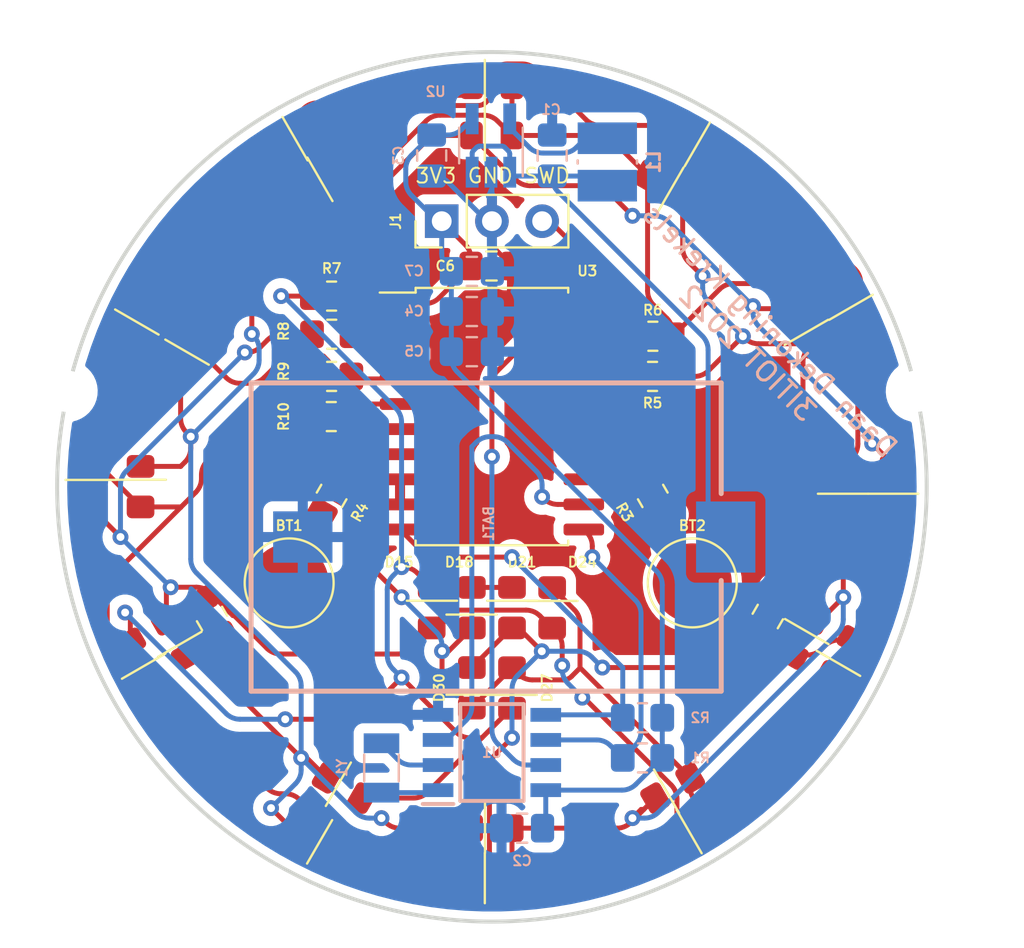
<source format=kicad_pcb>
(kicad_pcb (version 20211014) (generator pcbnew)
  (title_block (title "PCB-Horloge") (date "2022-11-08") (rev "1.0") (company "Daan Dekoning Krekels") (comment 1 "AP Hogeschool"))
  (layers (0 "F.Cu" signal) (31 "B.Cu" signal) (34 "B.Paste" user) (35 "F.Paste" user) (36 "B.SilkS" user "B.Silkscreen") (37 "F.SilkS" user "F.Silkscreen") (38 "B.Mask" user) (39 "F.Mask" user) (44 "Edge.Cuts" user))
  (net 0 "")
  (net 1 "Net-(BAT1-Pad1)")
  (net 2 "GND")
  (net 3 "+3.3V")
  (net 4 "Net-(C8-Pad1)")
  (net 5 "Net-(C8-Pad2)")
  (net 6 "Net-(D15-Pad1)")
  (net 7 "Net-(C9-Pad1)")
  (net 8 "Net-(C9-Pad2)")
  (net 9 "Net-(D12-Pad1)")
  (net 10 "Net-(L1-Pad1)")
  (net 11 "RTC_SCL")
  (net 12 "RTC_SDA")
  (net 13 "Net-(R4-Pad1)")
  (net 14 "Net-(BT1-Pad1)")
  (net 15 "X1")
  (net 16 "X2")
  (net 17 "X3")
  (net 18 "X4")
  (net 19 "X5")
  (net 20 "X6")
  (net 21 "RTC_CLK")
  (net 22 "Net-(U1-Pad1)")
  (net 25 "Net-(U1-Pad2)")
  (net 26 "RTC_INT")
  (net 27 "Net-(J1-Pad3)")
  (net 29 "Net-(R3-Pad2)")
  (net 30 "Net-(BT2-Pad1)")
  (footprint "Connector_PinHeader_2.54mm:PinHeader_1x03_P2.54mm_Vertical" (layer "F.Cu") (at 134.62 77.996867 90)
    (fp_text reference "J1")
    (fp_text value "Conn_01x03_Male")
  )
  (footprint "Library:LED_0805_2012Metric_Pad1.15x1.40mm_HandSolder-no-silkscreen" (layer "F.Cu") (at 128.144324 109.2155 150)
    (fp_text reference "D11" hide)
    (fp_text value "7Min")
  )
  (footprint "Library:LED_0805_2012Metric_Pad1.15x1.40mm_HandSolder-no-silkscreen" (layer "F.Cu") (at 145.924324 76.1955 150)
    (fp_text reference "D1" hide)
    (fp_text value "1Uur")
  )
  (footprint "TestPoint:TestPoint_Pad_D4.0mm" (layer "F.Cu") (at 147.3 96.3)
    (fp_text reference "BT2")
    (fp_text value "Sensor1")
  )
  (footprint "Library:LED_0805_2012Metric_Pad1.15x1.40mm_HandSolder-no-silkscreen" (layer "F.Cu") (at 116.84 91.44 -90)
    (fp_text reference "D23" hide)
    (fp_text value "9Min")
  )
  (footprint "TestPoint:TestPoint_Pad_D4.0mm" (layer "F.Cu") (at 126.9 96.3)
    (fp_text reference "BT1")
    (fp_text value "Sensor0")
  )
  (footprint "Library:LED_0805_2012Metric_Pad1.15x1.40mm_HandSolder-no-silkscreen" (layer "F.Cu") (at 134.112 97.554 -90)
    (fp_text reference "D15")
    (fp_text value "1min")
  )
  (footprint "Library:LED_0805_2012Metric_Pad1.15x1.40mm_HandSolder-no-silkscreen" (layer "F.Cu") (at 121.92 84.328 60)
    (fp_text reference "D26" hide)
    (fp_text value "10Uur")
  )
  (footprint "Library:LED_0805_2012Metric_Pad1.15x1.40mm_HandSolder-no-silkscreen" (layer "F.Cu") (at 119.38 82.804 60)
    (fp_text reference "D29" hide)
    (fp_text value "10Min")
  )
  (footprint "Capacitor_SMD:C_0805_2012Metric_Pad1.18x1.45mm_HandSolder" (layer "F.Cu") (at 151.11875 98.001499 60)
    (fp_text reference "C8" hide)
    (fp_text value "1n")
  )
  (footprint "Resistor_SMD:R_0805_2012Metric_Pad1.20x1.40mm_HandSolder" (layer "F.Cu") (at 129.048 85.852 180)
    (fp_text reference "R9")
    (fp_text value "100")
  )
  (footprint "Library:LED_0805_2012Metric_Pad1.15x1.40mm_HandSolder-no-silkscreen" (layer "F.Cu") (at 119.3755 100.204324 120)
    (fp_text reference "D17" hide)
    (fp_text value "8Min")
  )
  (footprint "Resistor_SMD:R_0805_2012Metric_Pad1.20x1.40mm_HandSolder" (layer "F.Cu") (at 145.304 83.82)
    (fp_text reference "R6")
    (fp_text value "100")
  )
  (footprint "MountingHole:MountingHole_2.1mm" (layer "F.Cu") (at 115.65 86.6)
    (fp_text reference "REF**" hide)
    (fp_text value "MountingHole_2.1mm" hide)
  )
  (footprint "Library:LED_0805_2012Metric_Pad1.15x1.40mm_HandSolder-no-silkscreen" (layer "F.Cu") (at 155.164999 82.041852 120)
    (fp_text reference "D10" hide)
    (fp_text value "2Min")
  )
  (footprint "Library:LED_0805_2012Metric_Pad1.15x1.40mm_HandSolder-no-silkscreen" (layer "F.Cu") (at 129.686324 106.6755 -30)
    (fp_text reference "D8" hide)
    (fp_text value "7Uur")
  )
  (footprint "Library:LED_0805_2012Metric_Pad1.15x1.40mm_HandSolder-no-silkscreen" (layer "F.Cu") (at 152.908 83.312 120)
    (fp_text reference "D7" hide)
    (fp_text value "2Uur")
  )
  (footprint "Library:LED_0805_2012Metric_Pad1.15x1.40mm_HandSolder-no-silkscreen" (layer "F.Cu") (at 128.767333 75.715641 30)
    (fp_text reference "D3" hide)
    (fp_text value "11Uur")
  )
  (footprint "Library:LED_0805_2012Metric_Pad1.15x1.40mm_HandSolder-no-silkscreen" (layer "F.Cu") (at 154.94 91.44 90)
    (fp_text reference "D13" hide)
    (fp_text value "3Uur")
  )
  (footprint "Resistor_SMD:R_0805_2012Metric_Pad1.20x1.40mm_HandSolder" (layer "F.Cu") (at 145.288 85.852)
    (fp_text reference "R5")
    (fp_text value "100")
  )
  (footprint "Library:LED_0805_2012Metric_Pad1.15x1.40mm_HandSolder-no-silkscreen" (layer "F.Cu") (at 147.254892 73.925382 150)
    (fp_text reference "D4" hide)
    (fp_text value "1Min")
  )
  (footprint "Package_SO:SOIC-20W_7.5x12.8mm_P1.27mm" (layer "F.Cu") (at 137.16 87.884)
    (fp_text reference "U3")
    (fp_text value "ATtiny1616-S")
  )
  (footprint "Library:LED_0805_2012Metric_Pad1.15x1.40mm_HandSolder-no-silkscreen" (layer "F.Cu") (at 136.144 101.609 90)
    (fp_text reference "D30")
    (fp_text value "W")
  )
  (footprint "Resistor_SMD:R_0805_2012Metric_Pad1.20x1.40mm_HandSolder" (layer "F.Cu") (at 145.3 91.9 120)
    (fp_text reference "R3")
    (fp_text value "10k")
  )
  (footprint "Library:LED_0805_2012Metric_Pad1.15x1.40mm_HandSolder-no-silkscreen" (layer "F.Cu") (at 138.176 101.618 90)
    (fp_text reference "D27")
    (fp_text value "W")
  )
  (footprint "Library:LED_0805_2012Metric_Pad1.15x1.40mm_HandSolder-no-silkscreen" (layer "F.Cu") (at 140.208 97.563 -90)
    (fp_text reference "D24")
    (fp_text value "4min")
  )
  (footprint "Capacitor_SMD:C_0805_2012Metric_Pad1.18x1.45mm_HandSolder" (layer "F.Cu") (at 137.1385 80.264)
    (fp_text reference "C6")
    (fp_text value "100n")
  )
  (footprint "Library:LED_0805_2012Metric_Pad1.15x1.40mm_HandSolder-no-silkscreen" (layer "F.Cu") (at 119.38 91.431 -90)
    (fp_text reference "D20" hide)
    (fp_text value "9Uur")
  )
  (footprint "Library:LED_0805_2012Metric_Pad1.15x1.40mm_HandSolder-no-silkscreen" (layer "F.Cu") (at 127.508 73.66 30)
    (fp_text reference "D6" hide)
    (fp_text value "11Min")
  )
  (footprint "Library:LED_0805_2012Metric_Pad1.15x1.40mm_HandSolder-no-silkscreen" (layer "F.Cu") (at 136.144 97.554 90)
    (fp_text reference "D18")
    (fp_text value "2min")
  )
  (footprint "Resistor_SMD:R_0805_2012Metric_Pad1.20x1.40mm_HandSolder" (layer "F.Cu") (at 129.055527 83.718305 180)
    (fp_text reference "R8")
    (fp_text value "100")
  )
  (footprint "Library:LED_0805_2012Metric_Pad1.15x1.40mm_HandSolder-no-silkscreen" (layer "F.Cu") (at 137.151 71.12)
    (fp_text reference "D12" hide)
    (fp_text value "12Min")
  )
  (footprint "Resistor_SMD:R_0805_2012Metric_Pad1.20x1.40mm_HandSolder" (layer "F.Cu") (at 129.048 81.788 180)
    (fp_text reference "R7")
    (fp_text value "100")
  )
  (footprint "Library:LED_0805_2012Metric_Pad1.15x1.40mm_HandSolder-no-silkscreen" (layer "F.Cu") (at 137.151 111.252)
    (fp_text reference "D5" hide)
    (fp_text value "6Min")
  )
  (footprint "Resistor_SMD:R_0805_2012Metric_Pad1.20x1.40mm_HandSolder" (layer "F.Cu") (at 129.032 87.884 180)
    (fp_text reference "R10")
    (fp_text value "100")
  )
  (footprint "Library:LED_0805_2012Metric_Pad1.15x1.40mm_HandSolder-no-silkscreen" (layer "F.Cu") (at 138.176 97.554 -90)
    (fp_text reference "D21")
    (fp_text value "3min")
  )
  (footprint "Library:LED_0805_2012Metric_Pad1.15x1.40mm_HandSolder-no-silkscreen" (layer "F.Cu") (at 152.908 99.06 -120)
    (fp_text reference "D19" hide)
    (fp_text value "4Uur")
  )
  (footprint "Library:LED_0805_2012Metric_Pad1.15x1.40mm_HandSolder-no-silkscreen" (layer "F.Cu") (at 137.16 108.712)
    (fp_text reference "D2" hide)
    (fp_text value "6Uur")
  )
  (footprint "Library:LED_0805_2012Metric_Pad1.15x1.40mm_HandSolder-no-silkscreen" (layer "F.Cu") (at 154.882039 100.076 60)
    (fp_text reference "D22" hide)
    (fp_text value "4Min")
  )
  (footprint "Library:LED_0805_2012Metric_Pad1.15x1.40mm_HandSolder-no-silkscreen" (layer "F.Cu") (at 137.151 73.66)
    (fp_text reference "D9" hide)
    (fp_text value "12Uur")
  )
  (footprint "Capacitor_SMD:C_0805_2012Metric_Pad1.18x1.45mm_HandSolder" (layer "F.Cu") (at 123 98.1 -60)
    (fp_text reference "C9" hide)
    (fp_text value "1n")
  )
  (footprint "Library:LED_0805_2012Metric_Pad1.15x1.40mm_HandSolder-no-silkscreen" (layer "F.Cu") (at 121.2 99.1 120)
    (fp_text reference "D14" hide)
    (fp_text value "8Uur")
  )
  (footprint "Library:LED_0805_2012Metric_Pad1.15x1.40mm_HandSolder-no-silkscreen" (layer "F.Cu") (at 157.48 91.44 90)
    (fp_text reference "D16" hide)
    (fp_text value "3Min")
  )
  (footprint "Library:LED_0805_2012Metric_Pad1.15x1.40mm_HandSolder-no-silkscreen" (layer "F.Cu") (at 146.304 106.68 30)
    (fp_text reference "D25" hide)
    (fp_text value "5Uur")
  )
  (footprint "MountingHole:MountingHole_2.1mm" (layer "F.Cu") (at 158.65 86.6)
    (fp_text reference "REF**" hide)
    (fp_text value "MountingHole_2.1mm" hide)
  )
  (footprint "Library:LED_0805_2012Metric_Pad1.15x1.40mm_HandSolder-no-silkscreen" (layer "F.Cu") (at 147.448324 108.7165 30)
    (fp_text reference "D28" hide)
    (fp_text value "5Min")
  )
  (footprint "Resistor_SMD:R_0805_2012Metric_Pad1.20x1.40mm_HandSolder" (layer "F.Cu") (at 129.048 91.9 -120)
    (fp_text reference "R4")
    (fp_text value "10k")
  )
  (footprint "Capacitor_SMD:C_0805_2012Metric_Pad1.18x1.45mm_HandSolder" (layer "B.Cu") (at 134.112 74.676 -90)
    (fp_text reference "C3")
    (fp_text value "10u")
  )
  (footprint "Capacitor_SMD:C_0805_2012Metric_Pad1.18x1.45mm_HandSolder" (layer "B.Cu") (at 138.684 108.712 180)
    (fp_text reference "C2")
    (fp_text value "100n")
  )
  (footprint "Library:IND_VLS3015CX-3R3M-H" (layer "B.Cu") (at 143 75 -90)
    (fp_text reference "L1")
    (fp_text value "3.3u")
  )
  (footprint "Package_TO_SOT_SMD:SOT-23-5_HandSoldering" (layer "B.Cu") (at 137.11109 74.168 90)
    (fp_text reference "U2")
    (fp_text value "TPS61097-33DBVR")
  )
  (footprint "PCF85063AT:SOIC127P600X175-8N" (layer "B.Cu") (at 137.16 104.882)
    (fp_text reference "U1")
    (fp_text value "PCF85063ATL" hide)
  )
  (footprint "LIB_S8421-45R:S8421-45R_1" (layer "B.Cu") (at 127.59 93.98 -90)
    (fp_text reference "BAT1")
    (fp_text value "3V" hide)
  )
  (footprint "Resistor_SMD:R_0805_2012Metric_Pad1.20x1.40mm_HandSolder" (layer "B.Cu") (at 144.78 103.124 180)
    (fp_text reference "R2")
    (fp_text value "2.2k")
  )
  (footprint "Resistor_SMD:R_0805_2012Metric_Pad1.20x1.40mm_HandSolder" (layer "B.Cu") (at 144.78 105.156 180)
    (fp_text reference "R1")
    (fp_text value "2.2k")
  )
  (footprint "Capacitor_SMD:C_0805_2012Metric_Pad1.18x1.45mm_HandSolder" (layer "B.Cu") (at 136.144 84.600867)
    (fp_text reference "C5")
    (fp_text value "100n")
  )
  (footprint "Capacitor_SMD:C_0805_2012Metric_Pad1.18x1.45mm_HandSolder" (layer "B.Cu") (at 136.144 82.568867)
    (fp_text reference "C4")
    (fp_text value "1u")
  )
  (footprint "Capacitor_SMD:C_0805_2012Metric_Pad1.18x1.45mm_HandSolder" (layer "B.Cu") (at 140.208 74.676 90)
    (fp_text reference "C1")
    (fp_text value "10u")
  )
  (footprint "Crystal:Crystal_SMD_3215-2Pin_3.2x1.5mm" (layer "B.Cu") (at 131.572 105.664 -90)
    (fp_text reference "Y1")
    (fp_text value "32k")
  )
  (footprint "Capacitor_SMD:C_0805_2012Metric_Pad1.18x1.45mm_HandSolder" (layer "B.Cu") (at 136.144 80.536867)
    (fp_text reference "C7")
    (fp_text value "1n")
  )
  (gr_circle (center 137.16 91.44) (end 159.16 91.44) (layer "Edge.Cuts") (width 0.2) (fill none))
  (gr_text "Daan Dekoning Krekels\n3ITIOT 2022" (at 150.65 84.1 315) (layer "B.SilkS") (effects (font (size 1 1)) (justify mirror)))
  (gr_text "3V3 GND SWD" (at 137.2 75.7) (layer "F.SilkS") (effects (font (size 0.75 0.75) (thickness 0.1))))
  (segment (start 143 76.2) (end 142.5135 75.7135) (width 0.25) (layer "B.Cu") (net 1))
  (segment (start 140.500893 76.500893) (end 147.807107 83.807107) (width 0.25) (layer "B.Cu") (net 1))
  (segment (start 148.1 84.514214) (end 148.1 92.675786) (width 0.25) (layer "B.Cu") (net 1))
  (segment (start 137.808579 74.258579) (end 138.002512 74.452512) (width 0.25) (layer "B.Cu") (net 1))
  (segment (start 140.208 75.7135) (end 138.25659 75.7135) (width 0.25) (layer "B.Cu") (net 1))
  (segment (start 136.219669 74.429421) (end 136.390512 74.258578) (width 0.25) (layer "B.Cu") (net 1))
  (segment (start 140.208 75.7135) (end 140.208 75.793786) (width 0.25) (layer "B.Cu") (net 1))
  (segment (start 142.5135 75.7135) (end 140.208 75.7135) (width 0.25) (layer "B.Cu") (net 1))
  (segment (start 136.531933 74.2) (end 137.667157 74.2) (width 0.25) (layer "B.Cu") (net 1))
  (segment (start 138.06109 74.593933) (end 138.06109 75.518) (width 0.25) (layer "B.Cu") (net 1))
  (segment (start 136.16109 75.518) (end 136.16109 74.570843) (width 0.25) (layer "B.Cu") (net 1))
  (segment (start 148.392893 93.382893) (end 148.99 93.98) (width 0.25) (layer "B.Cu") (net 1))
  (segment (start 138.25659 75.7135) (end 138.06109 75.518) (width 0.25) (layer "B.Cu") (net 1))
  (arc (start 148.1 92.675786) (mid 148.17612 93.058469) (end 148.392893 93.382893) (width 0.25) (layer "B.Cu") (net 1))
  (arc (start 140.500893 76.500893) (mid 140.28412 76.17647) (end 140.208 75.793786) (width 0.25) (layer "B.Cu") (net 1))
  (arc (start 136.16109 74.570843) (mid 136.176314 74.494306) (end 136.219669 74.429421) (width 0.25) (layer "B.Cu") (net 1))
  (arc (start 136.531933 74.2) (mid 136.455397 74.215224) (end 136.390512 74.258578) (width 0.25) (layer "B.Cu") (net 1))
  (arc (start 138.002512 74.452512) (mid 138.045866 74.517397) (end 138.06109 74.593933) (width 0.25) (layer "B.Cu") (net 1))
  (arc (start 137.808579 74.258579) (mid 137.743694 74.215224) (end 137.667157 74.2) (width 0.25) (layer "B.Cu") (net 1))
  (arc (start 147.807107 83.807107) (mid 148.02388 84.13153) (end 148.1 84.514214) (width 0.25) (layer "B.Cu") (net 1))
  (segment (start 137.16 77.996867) (end 137.16 78.833786) (width 0.25) (layer "F.Cu") (net 2))
  (segment (start 137.452893 79.540893) (end 138.176 80.264) (width 0.25) (layer "F.Cu") (net 2))
  (arc (start 137.16 78.833786) (mid 137.23612 79.216469) (end 137.452893 79.540893) (width 0.25) (layer "F.Cu") (net 2))
  (segment (start 136.915433 77.996867) (end 137.16 77.996867) (width 0.25) (layer "B.Cu") (net 2))
  (segment (start 134.924959 76.006393) (end 136.915433 77.996867) (width 0.25) (layer "B.Cu") (net 2))
  (segment (start 137.16 77.996867) (end 137.16 75.56691) (width 0.25) (layer "B.Cu") (net 2))
  (segment (start 137.16 75.56691) (end 137.11109 75.518) (width 0.25) (layer "B.Cu") (net 2))
  (segment (start 134.112 75.7135) (end 134.217852 75.7135) (width 0.25) (layer "B.Cu") (net 2))
  (arc (start 134.924959 76.006393) (mid 134.600536 75.78962) (end 134.217852 75.7135) (width 0.25) (layer "B.Cu") (net 2))
  (segment (start 136.101 80.264) (end 136.101 79.892081) (width 0.25) (layer "F.Cu") (net 3))
  (segment (start 132.51 82.169) (end 133.781786 82.169) (width 0.25) (layer "F.Cu") (net 3))
  (segment (start 135.808107 79.184974) (end 134.62 77.996867) (width 0.25) (layer "F.Cu") (net 3))
  (segment (start 134.488893 81.876107) (end 136.101 80.264) (width 0.25) (layer "F.Cu") (net 3))
  (arc (start 133.781786 82.169) (mid 134.164469 82.09288) (end 134.488893 81.876107) (width 0.25) (layer "F.Cu") (net 3))
  (arc (start 136.101 79.892081) (mid 136.02488 79.509398) (end 135.808107 79.184974) (width 0.25) (layer "F.Cu") (net 3))
  (segment (start 144.441893 106.494107) (end 145.78 105.156) (width 0.25) (layer "B.Cu") (net 3))
  (segment (start 139.885 108.5485) (end 139.7215 108.712) (width 0.25) (layer "B.Cu") (net 3))
  (segment (start 134.396867 77.996867) (end 133.092893 76.692893) (width 0.25) (layer "B.Cu") (net 3))
  (segment (start 145.78 96.410214) (end 145.78 103.124) (width 0.25) (layer "B.Cu") (net 3))
  (segment (start 134.112 73.6385) (end 134.926376 73.6385) (width 0.25) (layer "B.Cu") (net 3))
  (segment (start 135.1065 80.536867) (end 135.1065 82.568867) (width 0.25) (layer "B.Cu") (net 3))
  (segment (start 139.885 106.787) (end 143.734786 106.787) (width 0.25) (layer "B.Cu") (net 3))
  (segment (start 135.1065 84.600867) (end 135.1065 84.908286) (width 0.25) (layer "B.Cu") (net 3))
  (segment (start 134.912893 80.34326) (end 135.1065 80.536867) (width 0.25) (layer "B.Cu") (net 3))
  (segment (start 145.78 105.156) (end 145.78 103.124) (width 0.25) (layer "B.Cu") (net 3))
  (segment (start 134.62 77.996867) (end 134.62 79.636153) (width 0.25) (layer "B.Cu") (net 3))
  (segment (start 132.8 75.985786) (end 132.8 75.364714) (width 0.25) (layer "B.Cu") (net 3))
  (segment (start 133.092893 74.657607) (end 134.112 73.6385) (width 0.25) (layer "B.Cu") (net 3))
  (segment (start 135.399393 85.615393) (end 145.487107 95.703107) (width 0.25) (layer "B.Cu") (net 3))
  (segment (start 139.885 106.787) (end 139.885 108.5485) (width 0.25) (layer "B.Cu") (net 3))
  (segment (start 135.633483 73.345607) (end 136.16109 72.818) (width 0.25) (layer "B.Cu") (net 3))
  (segment (start 135.1065 82.568867) (end 135.1065 84.600867) (width 0.25) (layer "B.Cu") (net 3))
  (segment (start 134.62 77.996867) (end 134.396867 77.996867) (width 0.25) (layer "B.Cu") (net 3))
  (arc (start 133.092893 74.657607) (mid 132.87612 74.98203) (end 132.8 75.364714) (width 0.25) (layer "B.Cu") (net 3))
  (arc (start 145.78 96.410214) (mid 145.70388 96.027531) (end 145.487107 95.703107) (width 0.25) (layer "B.Cu") (net 3))
  (arc (start 134.926376 73.6385) (mid 135.309059 73.56238) (end 135.633483 73.345607) (width 0.25) (layer "B.Cu") (net 3))
  (arc (start 134.912893 80.34326) (mid 134.69612 80.018837) (end 134.62 79.636153) (width 0.25) (layer "B.Cu") (net 3))
  (arc (start 144.441893 106.494107) (mid 144.11747 106.71088) (end 143.734786 106.787) (width 0.25) (layer "B.Cu") (net 3))
  (arc (start 133.092893 76.692893) (mid 132.87612 76.36847) (end 132.8 75.985786) (width 0.25) (layer "B.Cu") (net 3))
  (arc (start 135.1065 84.908286) (mid 135.18262 85.290969) (end 135.399393 85.615393) (width 0.25) (layer "B.Cu") (net 3))
  (segment (start 121.412 92.4775) (end 122.169107 91.720393) (width 0.25) (layer "F.Cu") (net 4))
  (segment (start 118.579107 100.799107) (end 117.986631 100.206631) (width 0.25) (layer "F.Cu") (net 4))
  (segment (start 154.010783 99.481217) (end 153.837217 99.654783) (width 0.25) (layer "F.Cu") (net 4))
  (segment (start 138.176 104.14) (end 137.327893 104.988107) (width 0.25) (layer "F.Cu") (net 4))
  (segment (start 155.394539 99.188324) (end 154.71789 99.188324) (width 0.25) (layer "F.Cu") (net 4))
  (segment (start 138.50288 98.579) (end 139.68307 99.75919) (width 0.25) (layer "F.Cu") (net 4))
  (segment (start 152.052069 100.291107) (end 152.3955 99.947676) (width 0.25) (layer "F.Cu") (net 4))
  (segment (start 142.748 100.584) (end 151.344962 100.584) (width 0.25) (layer "F.Cu") (net 4))
  (segment (start 126.716744 106.971) (end 126.485214 106.971) (width 0.25) (layer "F.Cu") (net 4))
  (segment (start 121.412 92.4775) (end 117.986631 95.902869) (width 0.25) (layer "F.Cu") (net 4))
  (segment (start 117.631893 90.707893) (end 119.38 92.456) (width 0.25) (layer "F.Cu") (net 4))
  (segment (start 125.778107 106.678107) (end 120.192 101.092) (width 0.25) (layer "F.Cu") (net 4))
  (segment (start 136.144 100.584) (end 138.149 98.579) (width 0.25) (layer "F.Cu") (net 4))
  (segment (start 116.84 90.415) (end 116.924786 90.415) (width 0.25) (layer "F.Cu") (net 4))
  (segment (start 137.035 105.695214) (end 137.035 109.928786) (width 0.25) (layer "F.Cu") (net 4))
  (segment (start 128.739107 108.579149) (end 127.423851 107.263893) (width 0.25) (layer "F.Cu") (net 4))
  (segment (start 127.448214 85.852) (end 128.048 85.852) (width 0.25) (layer "F.Cu") (net 4))
  (segment (start 122.462 91.013286) (end 122.462 90.838214) (width 0.25) (layer "F.Cu") (net 4))
  (segment (start 129.755107 110.451107) (end 129.032 109.728) (width 0.25) (layer "F.Cu") (net 4))
  (segment (start 117.693738 96.609976) (end 117.693738 99.499524) (width 0.25) (layer "F.Cu") (net 4))
  (segment (start 151.347824 98.9) (end 152.3955 99.947676) (width 0.25) (layer "F.Cu") (net 4))
  (segment (start 136.126 111.252) (end 135.910893 111.036893) (width 0.25) (layer "F.Cu") (net 4))
  (segment (start 138.176 98.579) (end 138.50288 98.579) (width 0.25) (layer "F.Cu") (net 4))
  (segment (start 120.192 101.092) (end 119.888 101.092) (width 0.25) (layer "F.Cu") (net 4))
  (segment (start 138.149 98.579) (end 138.176 98.579) (width 0.25) (layer "F.Cu") (net 4))
  (segment (start 116.84 90.415) (end 118.574607 88.680393) (width 0.25) (layer "F.Cu") (net 4))
  (segment (start 136.742107 110.635893) (end 136.126 111.252) (width 0.25) (layer "F.Cu") (net 4))
  (segment (start 121.3905 92.456) (end 121.412 92.4775) (width 0.25) (layer "F.Cu") (net 4))
  (segment (start 129.032 109.728) (end 129.032 109.286256) (width 0.25) (layer "F.Cu") (net 4))
  (segment (start 122.754893 90.131107) (end 126.741107 86.144893) (width 0.25) (layer "F.Cu") (net 4))
  (segment (start 150.6 98.9) (end 151.347824 98.9) (width 0.25) (layer "F.Cu") (net 4))
  (segment (start 119.38 92.456) (end 121.3905 92.456) (width 0.25) (layer "F.Cu") (net 4))
  (segment (start 153.13011 99.947676) (end 152.3955 99.947676) (width 0.25) (layer "F.Cu") (net 4))
  (segment (start 119.888 101.092) (end 119.286214 101.092) (width 0.25) (layer "F.Cu") (net 4))
  (segment (start 118.8675 87.973286) (end 118.8675 83.691676) (width 0.25) (layer "F.Cu") (net 4))
  (segment (start 135.203786 110.744) (end 130.462214 110.744) (width 0.25) (layer "F.Cu") (net 4))
  (via (at 138.176 104.14) (size 0.8) (drill 0.4) (layers "F.Cu" "B.Cu") (net 4))
  (via (at 139.68307 99.75919) (size 0.8) (drill 0.4) (layers "F.Cu" "B.Cu") (net 4))
  (via (at 142.748 100.584) (size 0.8) (drill 0.4) (layers "F.Cu" "B.Cu") (net 4))
  (arc (start 117.986631 95.902869) (mid 117.769858 96.227292) (end 117.693738 96.609976) (width 0.25) (layer "F.Cu") (net 4))
  (arc (start 118.579107 100.799107) (mid 118.90353 101.01588) (end 119.286214 101.092) (width 0.25) (layer "F.Cu") (net 4))
  (arc (start 129.755107 110.451107) (mid 130.07953 110.66788) (end 130.462214 110.744) (width 0.25) (layer "F.Cu") (net 4))
  (arc (start 152.052069 100.291107) (mid 151.727646 100.50788) (end 151.344962 100.584) (width 0.25) (layer "F.Cu") (net 4))
  (arc (start 122.169107 91.720393) (mid 122.38588 91.39597) (end 122.462 91.013286) (width 0.25) (layer "F.Cu") (net 4))
  (arc (start 154.010783 99.481217) (mid 154.335206 99.264444) (end 154.71789 99.188324) (width 0.25) (layer "F.Cu") (net 4))
  (arc (start 117.631893 90.707893) (mid 117.30747 90.49112) (end 116.924786 90.415) (width 0.25) (layer "F.Cu") (net 4))
  (arc (start 137.035 109.928786) (mid 136.95888 110.311469) (end 136.742107 110.635893) (width 0.25) (layer "F.Cu") (net 4))
  (arc (start 135.910893 111.036893) (mid 135.58647 110.82012) (end 135.203786 110.744) (width 0.25) (layer "F.Cu") (net 4))
  (arc (start 122.462 90.838214) (mid 122.53812 90.455531) (end 122.754893 90.131107) (width 0.25) (layer "F.Cu") (net 4))
  (arc (start 137.327893 104.988107) (mid 137.11112 105.31253) (end 137.035 105.695214) (width 0.25) (layer "F.Cu") (net 4))
  (arc (start 126.485214 106.971) (mid 126.102531 106.89488) (end 125.778107 106.678107) (width 0.25) (layer "F.Cu") (net 4))
  (arc (start 128.739107 108.579149) (mid 128.95588 108.903572) (end 129.032 109.286256) (width 0.25) (layer "F.Cu") (net 4))
  (arc (start 117.986631 100.206631) (mid 117.769858 99.882208) (end 117.693738 99.499524) (width 0.25) (layer "F.Cu") (net 4))
  (arc (start 153.837217 99.654783) (mid 153.512794 99.871556) (end 153.13011 99.947676) (width 0.25) (layer "F.Cu") (net 4))
  (arc (start 127.448214 85.852) (mid 127.065531 85.92812) (end 126.741107 86.144893) (width 0.25) (layer "F.Cu") (net 4))
  (arc (start 118.574607 88.680393) (mid 118.79138 88.35597) (end 118.8675 87.973286) (width 0.25) (layer "F.Cu") (net 4))
  (arc (start 127.423851 107.263893) (mid 127.099428 107.04712) (end 126.716744 106.971) (width 0.25) (layer "F.Cu") (net 4))
  (segment (start 138.176 101.680474) (end 138.176 104.14) (width 0.25) (layer "B.Cu") (net 4))
  (segment (start 141.508976 99.75919) (end 139.68307 99.75919) (width 0.25) (layer "B.Cu") (net 4))
  (segment (start 139.68307 99.75919) (end 138.468893 100.973367) (width 0.25) (layer "B.Cu") (net 4))
  (segment (start 142.748 100.584) (end 142.216083 100.052083) (width 0.25) (layer "B.Cu") (net 4))
  (arc (start 141.508976 99.75919) (mid 141.891659 99.83531) (end 142.216083 100.052083) (width 0.25) (layer "B.Cu") (net 4))
  (arc (start 138.176 101.680474) (mid 138.25212 101.297791) (end 138.468893 100.973367) (width 0.25) (layer "B.Cu") (net 4))
  (segment (start 141.917494 72.859107) (end 139.391575 70.333188) (width 0.25) (layer "F.Cu") (net 5))
  (segment (start 153.4205 84.199676) (end 153.192893 84.427283) (width 0.25) (layer "F.Cu") (net 5))
  (segment (start 153.192893 91.992893) (end 153.372107 92.172107) (width 0.25) (layer "F.Cu") (net 5))
  (segment (start 137.252598 70.333188) (end 137.2 70.385786) (width 0.25) (layer "F.Cu") (net 5))
  (segment (start 144.272 108.204) (end 144.713588 107.762412) (width 0.25) (layer "F.Cu") (net 5))
  (segment (start 138.176 111.252) (end 138.176 108.721) (width 0.25) (layer "F.Cu") (net 5))
  (segment (start 137.2 71.634173) (end 136.850362 71.983811) (width 0.25) (layer "F.Cu") (net 5))
  (segment (start 146.519107 73.564773) (end 146.367216 73.412882) (width 0.25) (layer "F.Cu") (net 5))
  (segment (start 147.104893 80.057491) (end 147.823701 80.776299) (width 0.25) (layer "F.Cu") (net 5))
  (segment (start 136.461217 72.145) (end 133.930206 72.145) (width 0.25) (layer "F.Cu") (net 5))
  (segment (start 146.367216 73.412882) (end 146.106334 73.152) (width 0.25) (layer "F.Cu") (net 5))
  (segment (start 144.713588 107.762412) (end 144.846412 107.762412) (width 0.25) (layer "F.Cu") (net 5))
  (segment (start 142.151836 73.03648) (end 142.062033 72.976475) (width 0.25) (layer "F.Cu") (net 5))
  (segment (start 146.106334 73.152) (end 142.624601 73.152) (width 0.25) (layer "F.Cu") (net 5))
  (segment (start 154.94 97.028) (end 154.94 92.465) (width 0.25) (layer "F.Cu") (net 5))
  (segment (start 153.4205 98.172324) (end 153.795676 98.172324) (width 0.25) (layer "F.Cu") (net 5))
  (segment (start 146.812 76.708) (end 146.812 79.350384) (width 0.25) (layer "F.Cu") (net 5))
  (segment (start 138.185 108.712) (end 143.48261 108.712) (width 0.25) (layer "F.Cu") (net 5))
  (segment (start 142.624601 73.152) (end 142.614882 73.151809) (width 0.25) (layer "F.Cu") (net 5))
  (segment (start 147.413786 85.852) (end 146.288 85.852) (width 0.25) (layer "F.Cu") (net 5))
  (segment (start 144.846412 107.762412) (end 145.416324 107.1925) (width 0.25) (layer "F.Cu") (net 5))
  (segment (start 146.812 76.708) (end 146.812 74.27188) (width 0.25) (layer "F.Cu") (net 5))
  (segment (start 130.043637 75.203141) (end 129.655009 75.203141) (width 0.25) (layer "F.Cu") (net 5))
  (segment (start 154.079214 92.465) (end 154.94 92.465) (width 0.25) (layer "F.Cu") (net 5))
  (segment (start 142.242478 73.074025) (end 142.151836 73.03648) (width 0.25) (layer "F.Cu") (net 5))
  (segment (start 128.395676 73.1475) (end 128.395676 73.529594) (width 0.25) (layer "F.Cu") (net 5))
  (segment (start 151.6375 97.102998) (end 152.351174 97.102998) (width 0.25) (layer "F.Cu") (net 5))
  (segment (start 142.439402 73.132787) (end 142.430075 73.130932) (width 0.25) (layer "F.Cu") (net 5))
  (segment (start 141.924502 72.865846) (end 141.917494 72.859107) (width 0.25) (layer "F.Cu") (net 5))
  (segment (start 138.684468 70.040295) (end 137.959705 70.040295) (width 0.25) (layer "F.Cu") (net 5))
  (segment (start 128.688569 74.236701) (end 129.655009 75.203141) (width 0.25) (layer "F.Cu") (net 5))
  (segment (start 137.2 70.385786) (end 137.2 71.634173) (width 0.25) (layer "F.Cu") (net 5))
  (segment (start 144.189717 108.419107) (end 144.846412 107.762412) (width 0.25) (layer "F.Cu") (net 5))
  (segment (start 153.795676 98.172324) (end 154.94 97.028) (width 0.25) (layer "F.Cu") (net 5))
  (segment (start 133.223099 72.437893) (end 130.750744 74.910248) (width 0.25) (layer "F.Cu") (net 5))
  (segment (start 152.9 85.13439) (end 152.9 91.285786) (width 0.25) (layer "F.Cu") (net 5))
  (segment (start 149.86 83.82) (end 149.946783 83.906783) (width 0.25) (layer "F.Cu") (net 5))
  (segment (start 150.65389 84.199676) (end 153.4205 84.199676) (width 0.25) (layer "F.Cu") (net 5))
  (segment (start 152.351174 97.102998) (end 153.4205 98.172324) (width 0.25) (layer "F.Cu") (net 5))
  (segment (start 138.176 108.721) (end 138.185 108.712) (width 0.25) (layer "F.Cu") (net 5))
  (segment (start 149.86 83.82) (end 148.120893 85.559107) (width 0.25) (layer "F.Cu") (net 5))
  (via (at 144.272 108.204) (size 0.8) (drill 0.4) (layers "F.Cu" "B.Cu") (net 5))
  (via (at 147.823701 80.776299) (size 0.8) (drill 0.4) (layers "F.Cu" "B.Cu") (net 5))
  (via (at 154.94 97.028) (size 0.8) (drill 0.4) (layers "F.Cu" "B.Cu") (net 5))
  (via (at 149.86 83.82) (size 0.8) (drill 0.4) (layers "F.Cu" "B.Cu") (net 5))
  (arc (start 153.372107 92.172107) (mid 153.69653 92.38888) (end 154.079214 92.465) (width 0.25) (layer "F.Cu") (net 5))
  (arc (start 147.413786 85.852) (mid 147.796469 85.77588) (end 148.120893 85.559107) (width 0.25) (layer "F.Cu") (net 5))
  (arc (start 147.104893 80.057491) (mid 146.88812 79.733068) (end 146.812 79.350384) (width 0.25) (layer "F.Cu") (net 5))
  (arc (start 143.48261 108.712) (mid 143.865293 108.63588) (end 144.189717 108.419107) (width 0.25) (layer "F.Cu") (net 5))
  (arc (start 133.930206 72.145) (mid 133.547523 72.22112) (end 133.223099 72.437893) (width 0.25) (layer "F.Cu") (net 5))
  (arc (start 150.65389 84.199676) (mid 150.271207 84.123556) (end 149.946783 83.906783) (width 0.25) (layer "F.Cu") (net 5))
  (arc (start 138.684468 70.040295) (mid 139.067151 70.116415) (end 139.391575 70.333188) (width 0.25) (layer "F.Cu") (net 5))
  (arc (start 146.519107 73.564773) (mid 146.73588 73.889196) (end 146.812 74.27188) (width 0.25) (layer "F.Cu") (net 5))
  (arc (start 142.062033 72.976475) (mid 141.990822 72.924201) (end 141.924502 72.865846) (width 0.25) (layer "F.Cu") (net 5))
  (arc (start 128.395676 73.529594) (mid 128.471796 73.912277) (end 128.688569 74.236701) (width 0.25) (layer "F.Cu") (net 5))
  (arc (start 142.439402 73.132787) (mid 142.526721 73.146177) (end 142.614882 73.151809) (width 0.25) (layer "F.Cu") (net 5))
  (arc (start 130.750744 74.910248) (mid 130.426321 75.127021) (end 130.043637 75.203141) (width 0.25) (layer "F.Cu") (net 5))
  (arc (start 136.461217 72.145) (mid 136.671821 72.103108) (end 136.850362 71.983811) (width 0.25) (layer "F.Cu") (net 5))
  (arc (start 137.252598 70.333188) (mid 137.577021 70.116415) (end 137.959705 70.040295) (width 0.25) (layer "F.Cu") (net 5))
  (arc (start 153.192893 91.992893) (mid 152.97612 91.66847) (end 152.9 91.285786) (width 0.25) (layer "F.Cu") (net 5))
  (arc (start 152.9 85.13439) (mid 152.97612 84.751707) (end 153.192893 84.427283) (width 0.25) (layer "F.Cu") (net 5))
  (arc (start 142.430075 73.130932) (mid 142.334879 73.107087) (end 142.242478 73.074025) (width 0.25) (layer "F.Cu") (net 5))
  (segment (start 144.272 108.204) (end 144.873786 108.204) (width 0.25) (layer "B.Cu") (net 5))
  (segment (start 149.86 83.82) (end 148.116594 82.076594) (width 0.25) (layer "B.Cu") (net 5))
  (segment (start 145.580893 107.911107) (end 154.647107 98.844893) (width 0.25) (layer "B.Cu") (net 5))
  (segment (start 147.823701 81.369487) (end 147.823701 80.776299) (width 0.25) (layer "B.Cu") (net 5))
  (segment (start 154.94 98.137786) (end 154.94 97.028) (width 0.25) (layer "B.Cu") (net 5))
  (arc (start 148.116594 82.076594) (mid 147.899821 81.752171) (end 147.823701 81.369487) (width 0.25) (layer "B.Cu") (net 5))
  (arc (start 154.647107 98.844893) (mid 154.86388 98.52047) (end 154.94 98.137786) (width 0.25) (layer "B.Cu") (net 5))
  (arc (start 144.873786 108.204) (mid 145.256469 108.12788) (end 145.580893 107.911107) (width 0.25) (layer "B.Cu") (net 5))
  (segment (start 128.048 81.788) (end 126.492 81.788) (width 0.25) (layer "F.Cu") (net 6))
  (segment (start 128.144324 81.691676) (end 128.048 81.788) (width 0.25) (layer "F.Cu") (net 6))
  (segment (start 136.126 73.66) (end 134.526214 73.66) (width 0.25) (layer "F.Cu") (net 6))
  (segment (start 138.149 102.643) (end 136.652 104.14) (width 0.25) (layer "F.Cu") (net 6))
  (segment (start 128.144324 76.492808) (end 128.144324 81.691676) (width 0.25) (layer "F.Cu") (net 6))
  (segment (start 132.588 95.504) (end 132.672786 95.504) (width 0.25) (layer "F.Cu") (net 6))
  (segment (start 156.401999 89.25) (end 157.48 90.328001) (width 0.25) (layer "F.Cu") (net 6))
  (segment (start 134.112 96.529) (end 136.144 96.529) (width 0.25) (layer "F.Cu") (net 6))
  (segment (start 126.7 103.2) (end 130.065786 103.2) (width 0.25) (layer "F.Cu") (net 6))
  (segment (start 127.879657 76.228141) (end 128.144324 76.492808) (width 0.25) (layer "F.Cu") (net 6))
  (segment (start 135.343107 103.847107) (end 132.588 101.092) (width 0.25) (layer "F.Cu") (net 6))
  (segment (start 152.3955 82.424324) (end 150.496324 82.424324) (width 0.25) (layer "F.Cu") (net 6))
  (segment (start 133.379893 95.796893) (end 134.112 96.529) (width 0.25) (layer "F.Cu") (net 6))
  (segment (start 136.126 73.66) (end 138.373107 75.907107) (width 0.25) (layer "F.Cu") (net 6))
  (segment (start 150.496324 82.424324) (end 150.368 82.296) (width 0.25) (layer "F.Cu") (net 6))
  (segment (start 130.772893 102.907107) (end 132.588 101.092) (width 0.25) (layer "F.Cu") (net 6))
  (segment (start 130.200285 77.157501) (end 129.223231 77.157501) (width 0.25) (layer "F.Cu") (net 6))
  (segment (start 118.863 98.063) (end 118.6 97.8) (width 0.25) (layer "F.Cu") (net 6))
  (segment (start 138.176 102.643) (end 138.149 102.643) (width 0.25) (layer "F.Cu") (net 6))
  (segment (start 139.080214 76.2) (end 142.333786 76.2) (width 0.25) (layer "F.Cu") (net 6))
  (segment (start 143.040893 76.492893) (end 144.272 77.724) (width 0.25) (layer "F.Cu") (net 6))
  (segment (start 136.652 104.14) (end 133.896893 106.895107) (width 0.25) (layer "F.Cu") (net 6))
  (segment (start 133.189786 107.188) (end 130.574 107.188) (width 0.25) (layer "F.Cu") (net 6))
  (segment (start 133.819107 73.952893) (end 130.907392 76.864608) (width 0.25) (layer "F.Cu") (net 6))
  (segment (start 157.48 90.328001) (end 157.48 90.415) (width 0.25) (layer "F.Cu") (net 6))
  (segment (start 136.652 104.14) (end 136.050214 104.14) (width 0.25) (layer "F.Cu") (net 6))
  (segment (start 128.516124 76.864608) (end 127.879657 76.228141) (width 0.25) (layer "F.Cu") (net 6))
  (segment (start 118.863 99.316648) (end 118.863 98.063) (width 0.25) (layer "F.Cu") (net 6))
  (segment (start 136.144 96.529) (end 138.176 96.529) (width 0.25) (layer "F.Cu") (net 6))
  (via (at 144.272 77.724) (size 0.8) (drill 0.4) (layers "F.Cu" "B.Cu") (net 6))
  (via (at 126.492 81.788) (size 0.8) (drill 0.4) (layers "F.Cu" "B.Cu") (net 6))
  (via (at 156.401999 89.25) (size 0.8) (drill 0.4) (layers "F.Cu" "B.Cu") (net 6))
  (via (at 150.368 82.296) (size 0.8) (drill 0.4) (layers "F.Cu" "B.Cu") (net 6))
  (via (at 132.588 95.504) (size 0.8) (drill 0.4) (layers "F.Cu" "B.Cu") (net 6))
  (via (at 126.7 103.2) (size 0.8) (drill 0.4) (layers "F.Cu" "B.Cu") (net 6))
  (via (at 132.588 101.092) (size 0.8) (drill 0.4) (layers "F.Cu" "B.Cu") (net 6))
  (via (at 118.6 97.8) (size 0.8) (drill 0.4) (layers "F.Cu" "B.Cu") (net 6))
  (arc (start 134.526214 73.66) (mid 134.143531 73.73612) (end 133.819107 73.952893) (width 0.25) (layer "F.Cu") (net 6))
  (arc (start 138.373107 75.907107) (mid 138.69753 76.12388) (end 139.080214 76.2) (width 0.25) (layer "F.Cu") (net 6))
  (arc (start 135.343107 103.847107) (mid 135.66753 104.06388) (end 136.050214 104.14) (width 0.25) (layer "F.Cu") (net 6))
  (arc (start 130.772893 102.907107) (mid 130.44847 103.12388) (end 130.065786 103.2) (width 0.25) (layer "F.Cu") (net 6))
  (arc (start 129.223231 77.157501) (mid 128.840548 77.081381) (end 128.516124 76.864608) (width 0.25) (layer "F.Cu") (net 6))
  (arc (start 132.672786 95.504) (mid 133.055469 95.58012) (end 133.379893 95.796893) (width 0.25) (layer "F.Cu") (net 6))
  (arc (start 133.896893 106.895107) (mid 133.57247 107.11188) (end 133.189786 107.188) (width 0.25) (layer "F.Cu") (net 6))
  (arc (start 130.200285 77.157501) (mid 130.582968 77.081381) (end 130.907392 76.864608) (width 0.25) (layer "F.Cu") (net 6))
  (arc (start 142.333786 76.2) (mid 142.716469 76.27612) (end 143.040893 76.492893) (width 0.25) (layer "F.Cu") (net 6))
  (segment (start 126.61969 81.788) (end 132.295107 87.463417) (width 0.25) (layer "B.Cu") (net 6))
  (segment (start 156.401999 89.25) (end 156.401999 89.051999) (width 0.25) (layer "B.Cu") (net 6))
  (segment (start 132.155893 95.936107) (end 132.588 95.504) (width 0.25) (layer "B.Cu") (net 6))
  (segment (start 156.401999 89.051999) (end 150.660893 83.310893) (width 0.25) (layer "B.Cu") (net 6))
  (segment (start 150.368 82.296) (end 146.088893 78.016893) (width 0.25) (layer "B.Cu") (net 6))
  (segment (start 132.588 101.092) (end 132.155893 100.659893) (width 0.25) (layer "B.Cu") (net 6))
  (segment (start 150.368 82.603786) (end 150.368 82.296) (width 0.25) (layer "B.Cu") (net 6))
  (segment (start 131.863 99.952786) (end 131.863 96.643214) (width 0.25) (layer "B.Cu") (net 6))
  (segment (start 118.6 97.8) (end 123.707107 102.907107) (width 0.25) (layer "B.Cu") (net 6))
  (segment (start 132.588 88.170524) (end 132.588 95.504) (width 0.25) (layer "B.Cu") (net 6))
  (segment (start 124.414214 103.2) (end 126.7 103.2) (width 0.25) (layer "B.Cu") (net 6))
  (segment (start 126.492 81.788) (end 126.61969 81.788) (width 0.25) (layer "B.Cu") (net 6))
  (segment (start 145.381786 77.724) (end 144.272 77.724) (width 0.25) (layer "B.Cu") (net 6))
  (arc (start 146.088893 78.016893) (mid 145.76447 77.80012) (end 145.381786 77.724) (width 0.25) (layer "B.Cu") (net 6))
  (arc (start 132.155893 100.659893) (mid 131.93912 100.33547) (end 131.863 99.952786) (width 0.25) (layer "B.Cu") (net 6))
  (arc (start 150.368 82.603786) (mid 150.44412 82.986469) (end 150.660893 83.310893) (width 0.25) (layer "B.Cu") (net 6))
  (arc (start 123.707107 102.907107) (mid 124.03153 103.12388) (end 124.414214 103.2) (width 0.25) (layer "B.Cu") (net 6))
  (arc (start 132.295107 87.463417) (mid 132.51188 87.78784) (end 132.588 88.170524) (width 0.25) (layer "B.Cu") (net 6))
  (arc (start 132.155893 95.936107) (mid 131.93912 96.26053) (end 131.863 96.643214) (width 0.25) (layer "B.Cu") (net 6))
  (segment (start 156.464 98.708987) (end 156.464 93.895214) (width 0.25) (layer "F.Cu") (net 7))
  (segment (start 120.6875 96.7365) (end 120.904 96.52) (width 0.25) (layer "F.Cu") (net 7))
  (segment (start 154.369539 100.963676) (end 154.811283 100.963676) (width 0.25) (layer "F.Cu") (net 7))
  (segment (start 140.208 98.588) (end 140.423107 98.803107) (width 0.25) (layer "F.Cu") (net 7))
  (segment (start 156.529727 99.085935) (end 156.498074 98.967806) (width 0.25) (layer "F.Cu") (net 7))
  (segment (start 141.732 102.108) (end 141.813134 102.108) (width 0.25) (layer "F.Cu") (net 7))
  (segment (start 155.528868 80.424235) (end 149.835408 74.730775) (width 0.25) (layer "F.Cu") (net 7))
  (segment (start 146.521795 107.230875) (end 146.521795 109.190147) (width 0.25) (layer "F.Cu") (net 7))
  (segment (start 149.065941 109.080369) (end 154.076646 104.069664) (width 0.25) (layer "F.Cu") (net 7))
  (segment (start 155.821761 82.785266) (end 155.821761 81.131342) (width 0.25) (layer "F.Cu") (net 7))
  (segment (start 124.758771 84.639613) (end 124.656387 84.639613) (width 0.25) (layer "F.Cu") (net 7))
  (segment (start 116.84 92.465) (end 116.849 92.465) (width 0.25) (layer "F.Cu") (net 7))
  (segment (start 122.205786 96.52) (end 120.904 96.52) (width 0.25) (layer "F.Cu") (net 7))
  (segment (start 155.722893 90.707893) (end 157.48 92.465) (width 0.25) (layer "F.Cu") (net 7))
  (segment (start 134.719107 97.971893) (end 134.112 98.579) (width 0.25) (layer "F.Cu") (net 7))
  (segment (start 156.563801 99.625372) (end 156.563801 99.344755) (width 0.25) (layer "F.Cu") (net 7))
  (segment (start 146.70491 109.373262) (end 148.358834 109.373262) (width 0.25) (layer "F.Cu") (net 7))
  (segment (start 121.470425 98.212324) (end 122.48125 97.201499) (width 0.25) (layer "F.Cu") (net 7))
  (segment (start 154.369539 103.362557) (end 154.369539 100.963676) (width 0.25) (layer "F.Cu") (net 7))
  (segment (start 140.716 99.510214) (end 140.716 100.48369) (width 0.25) (layer "F.Cu") (net 7))
  (segment (start 120.6875 98.212324) (end 121.470425 98.212324) (width 0.25) (layer "F.Cu") (net 7))
  (segment (start 138.884786 97.679) (end 135.426214 97.679) (width 0.25) (layer "F.Cu") (net 7))
  (segment (start 154.94 90.415) (end 155.015786 90.415) (width 0.25) (layer "F.Cu") (net 7))
  (segment (start 146.560648 109.229) (end 146.70491 109.373262) (width 0.25) (layer "F.Cu") (net 7))
  (segment (start 155.384606 89.970394) (end 154.94 90.415) (width 0.25) (layer "F.Cu") (net 7))
  (segment (start 149.128301 74.437882) (end 148.142568 74.437882) (width 0.25) (layer "F.Cu") (net 7))
  (segment (start 125.772395 99.607107) (end 124.140241 97.974953) (width 0.25) (layer "F.Cu") (net 7))
  (segment (start 134.112 98.579) (end 133.083893 99.607107) (width 0.25) (layer "F.Cu") (net 7))
  (segment (start 140.208 98.588) (end 139.591893 97.971893) (width 0.25) (layer "F.Cu") (net 7))
  (segment (start 155.677499 82.929528) (end 155.821761 82.785266) (width 0.25) (layer "F.Cu") (net 7))
  (segment (start 141.813134 102.108) (end 146.228902 106.523768) (width 0.25) (layer "F.Cu") (net 7))
  (segment (start 146.521795 109.190147) (end 146.560648 109.229) (width 0.25) (layer "F.Cu") (net 7))
  (segment (start 128.055527 83.718305) (end 126.508507 83.718305) (width 0.25) (layer "F.Cu") (net 7))
  (segment (start 155.677499 82.929528) (end 155.677499 89.263287) (width 0.25) (layer "F.Cu") (net 7))
  (segment (start 132.376786 99.9) (end 126.479502 99.9) (width 0.25) (layer "F.Cu") (net 7))
  (segment (start 116.849 92.465) (end 118.364 93.98) (width 0.25) (layer "F.Cu") (net 7))
  (segment (start 120.6875 98.212324) (end 120.6875 96.7365) (width 0.25) (layer "F.Cu") (net 7))
  (segment (start 124.051056 97.951056) (end 122.912893 96.812893) (width 0.25) (layer "F.Cu") (net 7))
  (segment (start 155.51839 100.670783) (end 156.563801 99.625372) (width 0.25) (layer "F.Cu") (net 7))
  (segment (start 124.140241 97.974953) (end 124.051056 97.951056) (width 0.25) (layer "F.Cu") (net 7))
  (segment (start 156.756893 93.188107) (end 157.48 92.465) (width 0.25) (layer "F.Cu") (net 7))
  (segment (start 125.8014 84.011198) (end 125.465878 84.34672) (width 0.25) (layer "F.Cu") (net 7))
  (via (at 124.656387 84.639613) (size 0.8) (drill 0.4) (layers "F.Cu" "B.Cu") (net 7))
  (via (at 140.716 100.48369) (size 0.8) (drill 0.4) (layers "F.Cu" "B.Cu") (net 7))
  (via (at 141.732 102.108) (size 0.8) (drill 0.4) (layers "F.Cu" "B.Cu") (net 7))
  (via (at 120.904 96.52) (size 0.8) (drill 0.4) (layers "F.Cu" "B.Cu") (net 7))
  (via (at 118.364 93.98) (size 0.8) (drill 0.4) (layers "F.Cu" "B.Cu") (net 7))
  (arc (start 124.758771 84.639613) (mid 125.141454 84.563493) (end 125.465878 84.34672) (width 0.25) (layer "F.Cu") (net 7))
  (arc (start 149.065941 109.080369) (mid 148.741518 109.297142) (end 148.358834 109.373262) (width 0.25) (layer "F.Cu") (net 7))
  (arc (start 156.529727 99.085935) (mid 156.555246 99.214228) (end 156.563801 99.344755) (width 0.25) (layer "F.Cu") (net 7))
  (arc (start 154.076646 104.069664) (mid 154.293419 103.745241) (end 154.369539 103.362557) (width 0.25) (layer "F.Cu") (net 7))
  (arc (start 156.464 93.895214) (mid 156.54012 93.512531) (end 156.756893 93.188107) (width 0.25) (layer "F.Cu") (net 7))
  (arc (start 154.811283 100.963676) (mid 155.193966 100.887556) (end 155.51839 100.670783) (width 0.25) (layer "F.Cu") (net 7))
  (arc (start 156.464 98.708987) (mid 156.472555 98.839513) (end 156.498074 98.967806) (width 0.25) (layer "F.Cu") (net 7))
  (arc (start 138.884786 97.679) (mid 139.267469 97.75512) (end 139.591893 97.971893) (width 0.25) (layer "F.Cu") (net 7))
  (arc (start 122.205786 96.52) (mid 122.588469 96.59612) (end 122.912893 96.812893) (width 0.25) (layer "F.Cu") (net 7))
  (arc (start 155.722893 90.707893) (mid 155.39847 90.49112) (end 155.015786 90.415) (width 0.25) (layer "F.Cu") (net 7))
  (arc (start 126.508507 83.718305) (mid 126.125824 83.794425) (end 125.8014 84.011198) (width 0.25) (layer "F.Cu") (net 7))
  (arc (start 126.479502 99.9) (mid 126.096819 99.82388) (end 125.772395 99.607107) (width 0.25) (layer "F.Cu") (net 7))
  (arc (start 132.376786 99.9) (mid 132.759469 99.82388) (end 133.083893 99.607107) (width 0.25) (layer "F.Cu") (net 7))
  (arc (start 155.528868 80.424235) (mid 155.745641 80.748658) (end 155.821761 81.131342) (width 0.25) (layer "F.Cu") (net 7))
  (arc (start 134.719107 97.971893) (mid 135.04353 97.75512) (end 135.426214 97.679) (width 0.25) (layer "F.Cu") (net 7))
  (arc (start 146.521795 107.230875) (mid 146.445675 106.848192) (end 146.228902 106.523768) (width 0.25) (layer "F.Cu") (net 7))
  (arc (start 140.423107 98.803107) (mid 140.63988 99.12753) (end 140.716 99.510214) (width 0.25) (layer "F.Cu") (net 7))
  (arc (start 155.384606 89.970394) (mid 155.601379 89.645971) (end 155.677499 89.263287) (width 0.25) (layer "F.Cu") (net 7))
  (arc (start 149.835408 74.730775) (mid 149.510985 74.514002) (end 149.128301 74.437882) (width 0.25) (layer "F.Cu") (net 7))
  (segment (start 140.716 100.677786) (end 140.716 100.48369) (width 0.25) (layer "B.Cu") (net 7))
  (segment (start 118.364 93.98) (end 120.904 96.52) (width 0.25) (layer "B.Cu") (net 7))
  (segment (start 141.732 102.108) (end 141.008893 101.384893) (width 0.25) (layer "B.Cu") (net 7))
  (segment (start 118.364 93.98) (end 118.364 91.346214) (width 0.25) (layer "B.Cu") (net 7))
  (segment (start 118.656893 90.639107) (end 124.656387 84.639613) (width 0.25) (layer "B.Cu") (net 7))
  (arc (start 118.364 91.346214) (mid 118.44012 90.963531) (end 118.656893 90.639107) (width 0.25) (layer "B.Cu") (net 7))
  (arc (start 140.716 100.677786) (mid 140.79212 101.060469) (end 141.008893 101.384893) (width 0.25) (layer "B.Cu") (net 7))
  (segment (start 154.652499 81.154176) (end 149.384038 81.154176) (width 0.25) (layer "F.Cu") (net 8))
  (segment (start 121.7125 99.987676) (end 122.529575 99.987676) (width 0.25) (layer "F.Cu") (net 8))
  (segment (start 138.176 71.12) (end 138.176 73.66) (width 0.25) (layer "F.Cu") (net 8))
  (segment (start 146.304 83.82) (end 146.304 83.618214) (width 0.25) (layer "F.Cu") (net 8))
  (segment (start 129.969383 76.372403) (end 129.81144 76.372403) (width 0.25) (layer "F.Cu") (net 8))
  (segment (start 121.4075 85.215676) (end 121.4075 87.973286) (width 0.25) (layer "F.Cu") (net 8))
  (segment (start 122.529575 99.987676) (end 123.51875 98.998501) (width 0.25) (layer "F.Cu") (net 8))
  (segment (start 131.787107 108.419107) (end 131.572 108.204) (width 0.25) (layer "F.Cu") (net 8))
  (segment (start 127.508 105.156) (end 127.791648 105.156) (width 0.25) (layer "F.Cu") (net 8))
  (segment (start 121.92 88.9) (end 121.92 89.480286) (width 0.25) (layer "F.Cu") (net 8))
  (segment (start 122.339676 99.987676) (end 127.508 105.156) (width 0.25) (layer "F.Cu") (net 8))
  (segment (start 129.219674 76.249116) (end 128.78083 75.489018) (width 0.25) (layer "F.Cu") (net 8))
  (segment (start 121.627107 90.187393) (end 121.412 90.4025) (width 0.25) (layer "F.Cu") (net 8))
  (segment (start 127.149716 75.351772) (end 125.30448 77.197008) (width 0.25) (layer "F.Cu") (net 8))
  (segment (start 127.256648 108.703) (end 126.991 108.703) (width 0.25) (layer "F.Cu") (net 8))
  (segment (start 148.676931 81.447069) (end 146.304 83.82) (width 0.25) (layer "F.Cu") (net 8))
  (segment (start 133.828107 72.927893) (end 130.67649 76.07951) (width 0.25) (layer "F.Cu") (net 8))
  (segment (start 128.621912 75.281912) (end 128.398879 75.058879) (width 0.25) (layer "F.Cu") (net 8))
  (segment (start 138.176 73.66) (end 137.443893 72.927893) (width 0.25) (layer "F.Cu") (net 8))
  (segment (start 136.135 108.712) (end 132.494214 108.712) (width 0.25) (layer "F.Cu") (net 8))
  (segment (start 145.036648 75.683) (end 143.306541 73.952893) (width 0.25) (layer "F.Cu") (net 8))
  (segment (start 142.599434 73.66) (end 138.176 73.66) (width 0.25) (layer "F.Cu") (net 8))
  (segment (start 128.398879 75.058879) (end 127.856823 75.058879) (width 0.25) (layer "F.Cu") (net 8))
  (segment (start 121.700393 88.680393) (end 121.92 88.9) (width 0.25) (layer "F.Cu") (net 8))
  (segment (start 121.7125 99.987676) (end 122.339676 99.987676) (width 0.25) (layer "F.Cu") (net 8))
  (segment (start 145.036648 81.522434) (end 145.036648 75.683) (width 0.25) (layer "F.Cu") (net 8))
  (segment (start 125.011587 77.904115) (end 125.011587 83.705355) (width 0.25) (layer "F.Cu") (net 8))
  (segment (start 129.552621 76.338329) (end 129.219674 76.249116) (width 0.25) (layer "F.Cu") (net 8))
  (segment (start 136.736786 72.635) (end 134.535214 72.635) (width 0.25) (layer "F.Cu") (net 8))
  (segment (start 121.4085 90.406) (end 121.412 90.4025) (width 0.25) (layer "F.Cu") (net 8))
  (segment (start 127.791648 105.156) (end 128.798648 106.163) (width 0.25) (layer "F.Cu") (net 8))
  (segment (start 119.38 90.406) (end 121.4085 90.406) (width 0.25) (layer "F.Cu") (net 8))
  (segment (start 126.991 108.703) (end 125.984 107.696) (width 0.25) (layer "F.Cu") (net 8))
  (segment (start 146.011107 82.911107) (end 145.329541 82.229541) (width 0.25) (layer "F.Cu") (net 8))
  (via (at 125.984 107.696) (size 0.8) (drill 0.4) (layers "F.Cu" "B.Cu") (net 8))
  (via (at 127.508 105.156) (size 0.8) (drill 0.4) (layers "F.Cu" "B.Cu") (net 8))
  (via (at 121.92 88.9) (size 0.8) (drill 0.4) (layers "F.Cu" "B.Cu") (net 8))
  (via (at 125.011587 83.705355) (size 0.8) (drill 0.4) (layers "F.Cu" "B.Cu") (net 8))
  (via (at 131.572 108.204) (size 0.8) (drill 0.4) (layers "F.Cu" "B.Cu") (net 8))
  (arc (start 143.306541 73.952893) (mid 142.982118 73.73612) (end 142.599434 73.66) (width 0.25) (layer "F.Cu") (net 8))
  (arc (start 121.4075 87.973286) (mid 121.48362 88.355969) (end 121.700393 88.680393) (width 0.25) (layer "F.Cu") (net 8))
  (arc (start 129.81144 76.372403) (mid 129.680914 76.363848) (end 129.552621 76.338329) (width 0.25) (layer "F.Cu") (net 8))
  (arc (start 146.304 83.618214) (mid 146.22788 83.235531) (end 146.011107 82.911107) (width 0.25) (layer "F.Cu") (net 8))
  (arc (start 128.78083 75.489018) (mid 128.708158 75.380257) (end 128.621912 75.281912) (width 0.25) (layer "F.Cu") (net 8))
  (arc (start 149.384038 81.154176) (mid 149.001355 81.230296) (end 148.676931 81.447069) (width 0.25) (layer "F.Cu") (net 8))
  (arc (start 121.92 89.480286) (mid 121.84388 89.862969) (end 121.627107 90.187393) (width 0.25) (layer "F.Cu") (net 8))
  (arc (start 131.787107 108.419107) (mid 132.11153 108.63588) (end 132.494214 108.712) (width 0.25) (layer "F.Cu") (net 8))
  (arc (start 133.828107 72.927893) (mid 134.15253 72.71112) (end 134.535214 72.635) (width 0.25) (layer "F.Cu") (net 8))
  (arc (start 129.969383 76.372403) (mid 130.352066 76.296283) (end 130.67649 76.07951) (width 0.25) (layer "F.Cu") (net 8))
  (arc (start 137.443893 72.927893) (mid 137.11947 72.71112) (end 136.736786 72.635) (width 0.25) (layer "F.Cu") (net 8))
  (arc (start 127.149716 75.351772) (mid 127.474139 75.134999) (end 127.856823 75.058879) (width 0.25) (layer "F.Cu") (net 8))
  (arc (start 145.036648 81.522434) (mid 145.112768 81.905117) (end 145.329541 82.229541) (width 0.25) (layer "F.Cu") (net 8))
  (arc (start 125.30448 77.197008) (mid 125.087707 77.521431) (end 125.011587 77.904115) (width 0.25) (layer "F.Cu") (net 8))
  (segment (start 127.508 105.757786) (end 127.508 105.156) (width 0.25) (layer "B.Cu") (net 8))
  (segment (start 131.572 108.204) (end 130.970214 108.204) (width 0.25) (layer "B.Cu") (net 8))
  (segment (start 130.263107 107.911107) (end 127.508 105.156) (width 0.25) (layer "B.Cu") (net 8))
  (segment (start 127.508 105.156) (end 127.508 101.506214) (width 0.25) (layer "B.Cu") (net 8))
  (segment (start 125.380887 85.024899) (end 125.380887 84.488869) (width 0.25) (layer "B.Cu") (net 8))
  (segment (start 121.92 95.089786) (end 121.92 88.9) (width 0.25) (layer "B.Cu") (net 8))
  (segment (start 122.212893 95.796893) (end 127.215107 100.799107) (width 0.25) (layer "B.Cu") (net 8))
  (segment (start 125.984 107.696) (end 127.215107 106.464893) (width 0.25) (layer "B.Cu") (net 8))
  (segment (start 125.087994 83.781762) (end 125.011587 83.705355) (width 0.25) (layer "B.Cu") (net 8))
  (segment (start 121.92 88.9) (end 125.087994 85.732006) (width 0.25) (layer "B.Cu") (net 8))
  (arc (start 127.508 105.757786) (mid 127.43188 106.140469) (end 127.215107 106.464893) (width 0.25) (layer "B.Cu") (net 8))
  (arc (start 125.380887 84.488869) (mid 125.304767 84.106186) (end 125.087994 83.781762) (width 0.25) (layer "B.Cu") (net 8))
  (arc (start 130.970214 108.204) (mid 130.587531 108.12788) (end 130.263107 107.911107) (width 0.25) (layer "B.Cu") (net 8))
  (arc (start 127.508 101.506214) (mid 127.43188 101.123531) (end 127.215107 100.799107) (width 0.25) (layer "B.Cu") (net 8))
  (arc (start 125.380887 85.024899) (mid 125.304767 85.407582) (end 125.087994 85.732006) (width 0.25) (layer "B.Cu") (net 8))
  (arc (start 121.92 95.089786) (mid 121.99612 95.472469) (end 122.212893 95.796893) (width 0.25) (layer "B.Cu") (net 8))
  (segment (start 130 92.6) (end 130 94.025786) (width 0.25) (layer "F.Cu") (net 9))
  (segment (start 140.208 96.538) (end 141.324283 97.654283) (width 0.25) (layer "F.Cu") (net 9))
  (segment (start 126.427101 85.119893) (end 126.202994 85.344) (width 0.25) (layer "F.Cu") (net 9))
  (segment (start 128.34208 72.009) (end 132.547566 72.009) (width 0.25) (layer "F.Cu") (net 9))
  (segment (start 139.205404 101.20819) (end 140.764107 101.20819) (width 0.25) (layer "F.Cu") (net 9))
  (segment (start 134.635922 100.711708) (end 134.635922 99.750278) (width 0.25) (layer "F.Cu") (net 9))
  (segment (start 133.254673 71.716107) (end 133.34278 71.628) (width 0.25) (layer "F.Cu") (net 9))
  (segment (start 138.176 100.593) (end 138.498297 100.915297) (width 0.25) (layer "F.Cu") (net 9))
  (segment (start 141.617176 100.607112) (end 141.617176 100.593) (width 0.25) (layer "F.Cu") (net 9))
  (segment (start 122.725393 84.925393) (end 123.707107 85.907107) (width 0.25) (layer "F.Cu") (net 9))
  (segment (start 126.202994 85.344) (end 125.639887 85.907107) (width 0.25) (layer "F.Cu") (net 9))
  (segment (start 128.414525 91.620865) (end 129.606475 92.309037) (width 0.25) (layer "F.Cu") (net 9))
  (segment (start 121.201393 82.209217) (end 122.4325 83.440324) (width 0.25) (layer "F.Cu") (net 9))
  (segment (start 119.8925 81.916324) (end 120.494286 81.916324) (width 0.25) (layer "F.Cu") (net 9))
  (segment (start 124.93278 86.2) (end 124.414214 86.2) (width 0.25) (layer "F.Cu") (net 9))
  (segment (start 122.4325 83.440324) (end 122.4325 84.218286) (width 0.25) (layer "F.Cu") (net 9))
  (segment (start 120.185393 80.607431) (end 126.620324 74.1725) (width 0.25) (layer "F.Cu") (net 9))
  (segment (start 126.620324 74.1725) (end 126.620324 73.730756) (width 0.25) (layer "F.Cu") (net 9))
  (segment (start 134.635922 99.750278) (end 134.972722 99.750278) (width 0.25) (layer "F.Cu") (net 9))
  (segment (start 119.8925 81.916324) (end 119.8925 81.314538) (width 0.25) (layer "F.Cu") (net 9))
  (segment (start 141.617176 98.36139) (end 141.617176 100.593) (width 0.25) (layer "F.Cu") (net 9))
  (segment (start 133.34278 71.628) (end 135.636 71.628) (width 0.25) (layer "F.Cu") (net 9))
  (segment (start 130.292893 94.732893) (end 132.588 97.028) (width 0.25) (layer "F.Cu") (net 9))
  (segment (start 126.913217 73.023649) (end 127.634973 72.301893) (width 0.25) (layer "F.Cu") (net 9))
  (segment (start 136.144 102.625) (end 138.176 100.593) (width 0.25) (layer "F.Cu") (net 9))
  (segment (start 147.191676 106.1675) (end 147.191676 106.645462) (width 0.25) (layer "F.Cu") (net 9))
  (segment (start 128.324893 91.531233) (end 128.414525 91.620865) (width 0.25) (layer "F.Cu") (net 9))
  (segment (start 134.972722 99.750278) (end 136.144 98.579) (width 0.25) (layer "F.Cu") (net 9))
  (segment (start 141.617176 100.593) (end 147.191676 106.1675) (width 0.25) (layer "F.Cu") (net 9))
  (segment (start 128.973 86.528786) (end 128.973 85.358232) (width 0.25) (layer "F.Cu") (net 9))
  (segment (start 129.709037 92.309037) (end 130 92.6) (width 0.25) (layer "F.Cu") (net 9))
  (segment (start 141.194282 101.030006) (end 141.617176 100.607112) (width 0.25) (layer "F.Cu") (net 9))
  (segment (start 128.680107 84.870934) (end 128.835552 85.026389) (width 0.25) (layer "F.Cu") (net 9))
  (segment (start 136.144 102.634) (end 136.144 102.625) (width 0.25) (layer "F.Cu") (net 9))
  (segment (start 147.484569 107.352569) (end 148.336 108.204) (width 0.25) (layer "F.Cu") (net 9))
  (segment (start 136.144 102.634) (end 134.928815 101.418815) (width 0.25) (layer "F.Cu") (net 9))
  (segment (start 128.636173 84.827) (end 127.134208 84.827) (width 0.25) (layer "F.Cu") (net 9))
  (segment (start 128.032 87.884) (end 128.032 90.824126) (width 0.25) (layer "F.Cu") (net 9))
  (segment (start 129.606475 92.309037) (end 129.709037 92.309037) (width 0.25) (layer "F.Cu") (net 9))
  (segment (start 128.680107 84.870934) (end 128.636173 84.827) (width 0.25) (layer "F.Cu") (net 9))
  (segment (start 128.032 87.884) (end 128.680107 87.235893) (width 0.25) (layer "F.Cu") (net 9))
  (via (at 134.635922 99.750278) (size 0.8) (drill 0.4) (layers "F.Cu" "B.Cu") (net 9))
  (via (at 132.588 97.028) (size 0.8) (drill 0.4) (layers "F.Cu" "B.Cu") (net 9))
  (arc (start 132.547566 72.009) (mid 132.930249 71.93288) (end 133.254673 71.716107) (width 0.25) (layer "F.Cu") (net 9))
  (arc (start 139.205404 101.20819) (mid 138.822721 101.13207) (end 138.498297 100.915297) (width 0.25) (layer "F.Cu") (net 9))
  (arc (start 128.032 90.824126) (mid 128.10812 91.206809) (end 128.324893 91.531233) (width 0.25) (layer "F.Cu") (net 9))
  (arc (start 124.93278 86.2) (mid 125.315463 86.12388) (end 125.639887 85.907107) (width 0.25) (layer "F.Cu") (net 9))
  (arc (start 140.764107 101.20819) (mid 140.996916 101.161881) (end 141.194282 101.030006) (width 0.25) (layer "F.Cu") (net 9))
  (arc (start 130 94.025786) (mid 130.07612 94.408469) (end 130.292893 94.732893) (width 0.25) (layer "F.Cu") (net 9))
  (arc (start 147.191676 106.645462) (mid 147.267796 107.028145) (end 147.484569 107.352569) (width 0.25) (layer "F.Cu") (net 9))
  (arc (start 121.201393 82.209217) (mid 120.87697 81.992444) (end 120.494286 81.916324) (width 0.25) (layer "F.Cu") (net 9))
  (arc (start 124.414214 86.2) (mid 124.031531 86.12388) (end 123.707107 85.907107) (width 0.25) (layer "F.Cu") (net 9))
  (arc (start 126.427101 85.119893) (mid 126.751524 84.90312) (end 127.134208 84.827) (width 0.25) (layer "F.Cu") (net 9))
  (arc (start 128.34208 72.009) (mid 127.959397 72.08512) (end 127.634973 72.301893) (width 0.25) (layer "F.Cu") (net 9))
  (arc (start 128.973 86.528786) (mid 128.89688 86.911469) (end 128.680107 87.235893) (width 0.25) (layer "F.Cu") (net 9))
  (arc (start 120.185393 80.607431) (mid 119.96862 80.931854) (end 119.8925 81.314538) (width 0.25) (layer "F.Cu") (net 9))
  (arc (start 126.620324 73.730756) (mid 126.696444 73.348073) (end 126.913217 73.023649) (width 0.25) (layer "F.Cu") (net 9))
  (arc (start 141.324283 97.654283) (mid 141.541056 97.978706) (end 141.617176 98.36139) (width 0.25) (layer "F.Cu") (net 9))
  (arc (start 134.635922 100.711708) (mid 134.712042 101.094391) (end 134.928815 101.418815) (width 0.25) (layer "F.Cu") (net 9))
  (arc (start 122.725393 84.925393) (mid 122.50862 84.60097) (end 122.4325 84.218286) (width 0.25) (layer "F.Cu") (net 9))
  (arc (start 128.973 85.358232) (mid 128.937279 85.178641) (end 128.835552 85.026389) (width 0.25) (layer "F.Cu") (net 9))
  (segment (start 134.635922 99.490136) (end 134.635922 99.750278) (width 0.25) (layer "B.Cu") (net 9))
  (segment (start 132.588 97.028) (end 134.343029 98.783029) (width 0.25) (layer "B.Cu") (net 9))
  (arc (start 134.635922 99.490136) (mid 134.559802 99.107453) (end 134.343029 98.783029) (width 0.25) (layer "B.Cu") (net 9))
  (segment (start 138.06109 72.818) (end 138.06109 72.858786) (width 0.25) (layer "B.Cu") (net 10))
  (segment (start 142.314214 73.8) (end 143 73.8) (width 0.25) (layer "B.Cu") (net 10))
  (segment (start 138.353983 73.565893) (end 139.046197 74.258107) (width 0.25) (layer "B.Cu") (net 10))
  (segment (start 139.753304 74.551) (end 140.734786 74.551) (width 0.25) (layer "B.Cu") (net 10))
  (segment (start 141.441893 74.258107) (end 141.607107 74.092893) (width 0.25) (layer "B.Cu") (net 10))
  (arc (start 141.441893 74.258107) (mid 141.11747 74.47488) (end 140.734786 74.551) (width 0.25) (layer "B.Cu") (net 10))
  (arc (start 142.314214 73.8) (mid 141.931531 73.87612) (end 141.607107 74.092893) (width 0.25) (layer "B.Cu") (net 10))
  (arc (start 139.046197 74.258107) (mid 139.37062 74.47488) (end 139.753304 74.551) (width 0.25) (layer "B.Cu") (net 10))
  (arc (start 138.353983 73.565893) (mid 138.13721 73.24147) (end 138.06109 72.858786) (width 0.25) (layer "B.Cu") (net 10))
  (segment (start 141.947107 93.736107) (end 141.81 93.599) (width 0.25) (layer "F.Cu") (net 11))
  (segment (start 142.24 94.996) (end 142.24 94.443214) (width 0.25) (layer "F.Cu") (net 11))
  (via (at 142.24 94.996) (size 0.8) (drill 0.4) (layers "F.Cu" "B.Cu") (net 11))
  (arc (start 141.947107 93.736107) (mid 142.16388 94.06053) (end 142.24 94.443214) (width 0.25) (layer "F.Cu") (net 11))
  (segment (start 144.412107 97.168107) (end 142.24 94.996) (width 0.25) (layer "B.Cu") (net 11))
  (segment (start 143.163893 104.539893) (end 143.78 105.156) (width 0.25) (layer "B.Cu") (net 11))
  (segment (start 139.885 104.247) (end 142.456786 104.247) (width 0.25) (layer "B.Cu") (net 11))
  (segment (start 143.78 105.156) (end 144.412107 104.523893) (width 0.25) (layer "B.Cu") (net 11))
  (segment (start 144.705 103.816786) (end 144.705 97.875214) (width 0.25) (layer "B.Cu") (net 11))
  (arc (start 144.412107 104.523893) (mid 144.62888 104.19947) (end 144.705 103.816786) (width 0.25) (layer "B.Cu") (net 11))
  (arc (start 144.412107 97.168107) (mid 144.62888 97.49253) (end 144.705 97.875214) (width 0.25) (layer "B.Cu") (net 11))
  (arc (start 143.163893 104.539893) (mid 142.83947 104.32312) (end 142.456786 104.247) (width 0.25) (layer "B.Cu") (net 11))
  (segment (start 133.907 94.996) (end 132.51 93.599) (width 0.25) (layer "F.Cu") (net 12))
  (segment (start 138.176 94.996) (end 133.907 94.996) (width 0.25) (layer "F.Cu") (net 12))
  (via (at 138.176 94.996) (size 0.8) (drill 0.4) (layers "F.Cu" "B.Cu") (net 12))
  (segment (start 139.885 102.977) (end 143.633 102.977) (width 0.25) (layer "B.Cu") (net 12))
  (segment (start 138.184598 94.996) (end 138.176 94.996) (width 0.25) (layer "B.Cu") (net 12))
  (segment (start 143.633 102.977) (end 143.78 103.124) (width 0.25) (layer "B.Cu") (net 12))
  (segment (start 143.78 100.591402) (end 138.184598 94.996) (width 0.25) (layer "B.Cu") (net 12))
  (segment (start 143.78 103.124) (end 143.78 100.591402) (width 0.25) (layer "B.Cu") (net 12))
  (segment (start 129.573 91.008975) (end 129.573 91.033975) (width 0.25) (layer "F.Cu") (net 13))
  (segment (start 130.500082 90.081893) (end 129.573 91.008975) (width 0.25) (layer "F.Cu") (net 13))
  (segment (start 132.51 89.789) (end 131.207189 89.789) (width 0.25) (layer "F.Cu") (net 13))
  (arc (start 131.207189 89.789) (mid 130.824506 89.86512) (end 130.500082 90.081893) (width 0.25) (layer "F.Cu") (net 13))
  (segment (start 128.255107 94.944893) (end 126.9 96.3) (width 0.25) (layer "F.Cu") (net 14))
  (segment (start 128.548 92.766025) (end 128.548 94.237786) (width 0.25) (layer "F.Cu") (net 14))
  (arc (start 128.255107 94.944893) (mid 128.47188 94.62047) (end 128.548 94.237786) (width 0.25) (layer "F.Cu") (net 14))
  (segment (start 141.81 85.979) (end 144.161 85.979) (width 0.25) (layer "F.Cu") (net 15))
  (segment (start 144.161 85.979) (end 144.288 85.852) (width 0.25) (layer "F.Cu") (net 15))
  (segment (start 141.81 84.709) (end 143.415 84.709) (width 0.25) (layer "F.Cu") (net 16))
  (segment (start 143.415 84.709) (end 144.304 83.82) (width 0.25) (layer "F.Cu") (net 16))
  (segment (start 132.51 83.439) (end 131.699 83.439) (width 0.25) (layer "F.Cu") (net 17))
  (segment (start 131.699 83.439) (end 130.048 81.788) (width 0.25) (layer "F.Cu") (net 17))
  (segment (start 132.51 84.709) (end 131.046222 84.709) (width 0.25) (layer "F.Cu") (net 18))
  (segment (start 131.046222 84.709) (end 130.055527 83.718305) (width 0.25) (layer "F.Cu") (net 18))
  (segment (start 130.175 85.979) (end 130.048 85.852) (width 0.25) (layer "F.Cu") (net 19))
  (segment (start 132.51 85.979) (end 130.175 85.979) (width 0.25) (layer "F.Cu") (net 19))
  (segment (start 132.51 87.249) (end 130.667 87.249) (width 0.25) (layer "F.Cu") (net 20))
  (segment (start 130.667 87.249) (end 130.032 87.884) (width 0.25) (layer "F.Cu") (net 20))
  (segment (start 137.16 89.916) (end 137.16 86.266214) (width 0.25) (layer "F.Cu") (net 21))
  (segment (start 139.987214 83.439) (end 141.81 83.439) (width 0.25) (layer "F.Cu") (net 21))
  (segment (start 137.452893 85.559107) (end 139.280107 83.731893) (width 0.25) (layer "F.Cu") (net 21))
  (via (at 137.16 89.916) (size 0.8) (drill 0.4) (layers "F.Cu" "B.Cu") (net 21))
  (arc (start 137.16 86.266214) (mid 137.23612 85.883531) (end 137.452893 85.559107) (width 0.25) (layer "F.Cu") (net 21))
  (arc (start 139.987214 83.439) (mid 139.604531 83.51512) (end 139.280107 83.731893) (width 0.25) (layer "F.Cu") (net 21))
  (segment (start 139.885 105.517) (end 138.942616 105.517) (width 0.25) (layer "B.Cu") (net 21))
  (segment (start 138.235509 105.224107) (end 137.452893 104.441491) (width 0.25) (layer "B.Cu") (net 21))
  (segment (start 137.16 103.734384) (end 137.16 89.916) (width 0.25) (layer "B.Cu") (net 21))
  (arc (start 137.452893 104.441491) (mid 137.23612 104.117068) (end 137.16 103.734384) (width 0.25) (layer "B.Cu") (net 21))
  (arc (start 138.942616 105.517) (mid 138.559933 105.44088) (end 138.235509 105.224107) (width 0.25) (layer "B.Cu") (net 21))
  (segment (start 131.572 106.914) (end 134.308 106.914) (width 0.25) (layer "B.Cu") (net 22))
  (segment (start 134.308 106.914) (end 134.435 106.787) (width 0.25) (layer "B.Cu") (net 22))
  (segment (start 131.572 104.414) (end 132.382107 105.224107) (width 0.25) (layer "B.Cu") (net 25))
  (segment (start 133.089214 105.517) (end 134.435 105.517) (width 0.25) (layer "B.Cu") (net 25))
  (arc (start 132.382107 105.224107) (mid 132.70653 105.44088) (end 133.089214 105.517) (width 0.25) (layer "B.Cu") (net 25))
  (segment (start 139.7 91.948) (end 139.788107 92.036107) (width 0.25) (layer "F.Cu") (net 26))
  (segment (start 140.495214 92.329) (end 141.81 92.329) (width 0.25) (layer "F.Cu") (net 26))
  (via (at 139.7 91.948) (size 0.8) (drill 0.4) (layers "F.Cu" "B.Cu") (net 26))
  (arc (start 139.788107 92.036107) (mid 140.11253 92.25288) (end 140.495214 92.329) (width 0.25) (layer "F.Cu") (net 26))
  (segment (start 136.359107 89.192893) (end 136.144 89.408) (width 0.25) (layer "B.Cu") (net 26))
  (segment (start 136.144 89.408) (end 136.144 102.548786) (width 0.25) (layer "B.Cu") (net 26))
  (segment (start 137.245188 88.9) (end 137.066214 88.9) (width 0.25) (layer "B.Cu") (net 26))
  (segment (start 134.445786 104.247) (end 134.435 104.247) (width 0.25) (layer "B.Cu") (net 26))
  (segment (start 135.851107 103.255893) (end 135.152893 103.954107) (width 0.25) (layer "B.Cu") (net 26))
  (segment (start 139.407107 90.647705) (end 137.952295 89.192893) (width 0.25) (layer "B.Cu") (net 26))
  (segment (start 139.7 91.948) (end 139.7 91.354812) (width 0.25) (layer "B.Cu") (net 26))
  (arc (start 139.407107 90.647705) (mid 139.62388 90.972128) (end 139.7 91.354812) (width 0.25) (layer "B.Cu") (net 26))
  (arc (start 134.445786 104.247) (mid 134.828469 104.17088) (end 135.152893 103.954107) (width 0.25) (layer "B.Cu") (net 26))
  (arc (start 136.144 102.548786) (mid 136.06788 102.931469) (end 135.851107 103.255893) (width 0.25) (layer "B.Cu") (net 26))
  (arc (start 136.359107 89.192893) (mid 136.68353 88.97612) (end 137.066214 88.9) (width 0.25) (layer "B.Cu") (net 26))
  (arc (start 137.245188 88.9) (mid 137.627871 88.97612) (end 137.952295 89.192893) (width 0.25) (layer "B.Cu") (net 26))
  (segment (start 141.81 87.249) (end 144.089959 87.249) (width 0.25) (layer "F.Cu") (net 27))
  (segment (start 145.056584 82.959411) (end 140.09404 77.996867) (width 0.25) (layer "F.Cu") (net 27))
  (segment (start 145.229 86.281498) (end 145.229 83.37566) (width 0.25) (layer "F.Cu") (net 27))
  (segment (start 144.797066 86.956107) (end 145.057403 86.69577) (width 0.25) (layer "F.Cu") (net 27))
  (segment (start 140.09404 77.996867) (end 139.7 77.996867) (width 0.25) (layer "F.Cu") (net 27))
  (arc (start 145.229 86.281498) (mid 145.184403 86.5057) (end 145.057403 86.69577) (width 0.25) (layer "F.Cu") (net 27))
  (arc (start 145.056584 82.959411) (mid 145.184191 83.150388) (end 145.229 83.37566) (width 0.25) (layer "F.Cu") (net 27))
  (arc (start 144.089959 87.249) (mid 144.472642 87.17288) (end 144.797066 86.956107) (width 0.25) (layer "F.Cu") (net 27))
  (segment (start 141.81 89.789) (end 143.140811 89.789) (width 0.25) (layer "F.Cu") (net 29))
  (segment (start 143.847918 90.081893) (end 144.8 91.033975) (width 0.25) (layer "F.Cu") (net 29))
  (arc (start 143.847918 90.081893) (mid 143.523495 89.86512) (end 143.140811 89.789) (width 0.25) (layer "F.Cu") (net 29))
  (segment (start 146.092893 95.092893) (end 147.3 96.3) (width 0.25) (layer "F.Cu") (net 30))
  (segment (start 145.8 92.766025) (end 145.8 94.385786) (width 0.25) (layer "F.Cu") (net 30))
  (arc (start 145.8 94.385786) (mid 145.87612 94.768469) (end 146.092893 95.092893) (width 0.25) (layer "F.Cu") (net 30))
  (zone (net 2) (net_name "GND") (layer "F.Cu") (connect_pads (clearance 0.508)) (min_thickness 0.254) (fill yes (thermal_gap 0.508) (thermal_bridge_width 0.508))
    (polygon (pts (xy 163.068 114.808) (xy 113.284 114.808) (xy 113.284 68.58) (xy 163.068 68.58)))
  )
  (zone (net 2) (net_name "GND") (layer "B.Cu") (connect_pads (clearance 0.508)) (min_thickness 0.254) (fill yes (thermal_gap 0.508) (thermal_bridge_width 0.508))
    (polygon (pts (xy 161.036 113.284) (xy 112.268 114.3) (xy 113.284 68.072) (xy 164.084 67.564)))
  )
)
</source>
